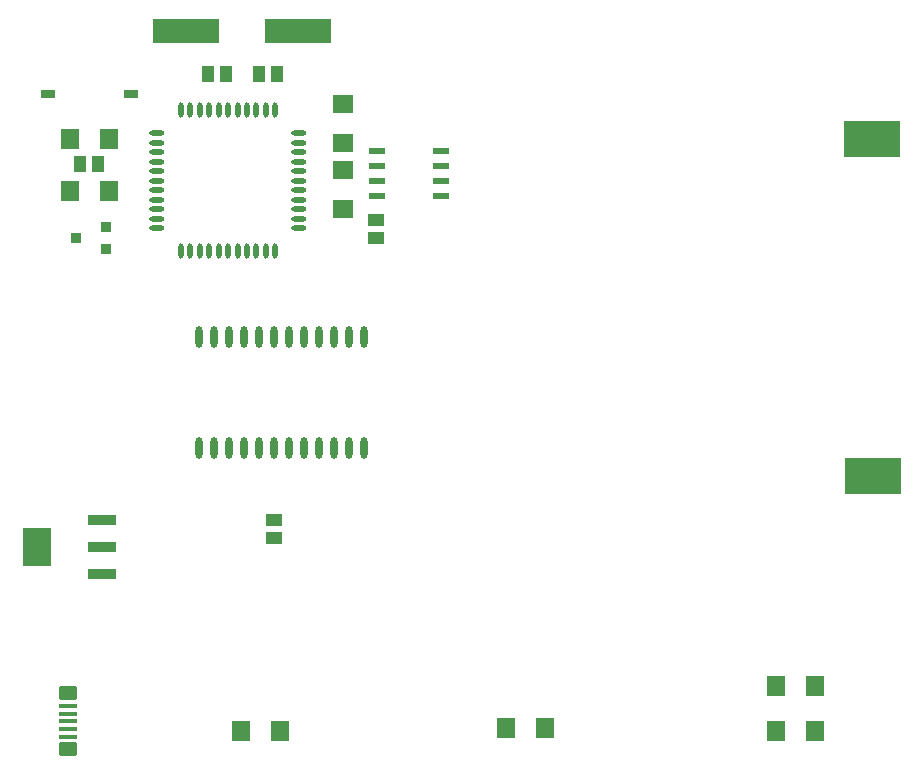
<source format=gtp>
G04*
G04 #@! TF.GenerationSoftware,Altium Limited,Altium Designer,20.2.6 (244)*
G04*
G04 Layer_Color=8421504*
%FSTAX24Y24*%
%MOIN*%
G70*
G04*
G04 #@! TF.SameCoordinates,210E5C92-376B-490F-B415-5E6AA8125FEF*
G04*
G04*
G04 #@! TF.FilePolarity,Positive*
G04*
G01*
G75*
%ADD24R,0.0980X0.1260*%
%ADD25R,0.0980X0.0350*%
%ADD26R,0.0374X0.0354*%
G04:AMPARAMS|DCode=27|XSize=59.1mil|YSize=47.2mil|CornerRadius=4.7mil|HoleSize=0mil|Usage=FLASHONLY|Rotation=0.000|XOffset=0mil|YOffset=0mil|HoleType=Round|Shape=RoundedRectangle|*
%AMROUNDEDRECTD27*
21,1,0.0591,0.0378,0,0,0.0*
21,1,0.0496,0.0472,0,0,0.0*
1,1,0.0094,0.0248,-0.0189*
1,1,0.0094,-0.0248,-0.0189*
1,1,0.0094,-0.0248,0.0189*
1,1,0.0094,0.0248,0.0189*
%
%ADD27ROUNDEDRECTD27*%
G04:AMPARAMS|DCode=28|XSize=59.1mil|YSize=13.8mil|CornerRadius=1.4mil|HoleSize=0mil|Usage=FLASHONLY|Rotation=0.000|XOffset=0mil|YOffset=0mil|HoleType=Round|Shape=RoundedRectangle|*
%AMROUNDEDRECTD28*
21,1,0.0591,0.0110,0,0,0.0*
21,1,0.0563,0.0138,0,0,0.0*
1,1,0.0028,0.0282,-0.0055*
1,1,0.0028,-0.0282,-0.0055*
1,1,0.0028,-0.0282,0.0055*
1,1,0.0028,0.0282,0.0055*
%
%ADD28ROUNDEDRECTD28*%
%ADD29R,0.0600X0.0650*%
%ADD30R,0.1882X0.1240*%
%ADD31R,0.0551X0.0433*%
%ADD32O,0.0236X0.0728*%
%ADD33R,0.0433X0.0551*%
%ADD34R,0.0472X0.0315*%
%ADD35R,0.0650X0.0600*%
%ADD36R,0.0575X0.0210*%
%ADD37R,0.2205X0.0827*%
%ADD38O,0.0512X0.0177*%
%ADD39O,0.0177X0.0512*%
D24*
X011255Y0184D02*
D03*
D25*
X013425Y019302D02*
D03*
Y0184D02*
D03*
Y017498D02*
D03*
D26*
X013552Y028326D02*
D03*
X012568Y0287D02*
D03*
X013552Y029074D02*
D03*
D27*
X012285Y013515D02*
D03*
Y011665D02*
D03*
D28*
Y013102D02*
D03*
Y012846D02*
D03*
Y01259D02*
D03*
Y012334D02*
D03*
Y012078D02*
D03*
D29*
X03721Y01375D02*
D03*
X03591D02*
D03*
X01366Y032D02*
D03*
X01236D02*
D03*
X01366Y03025D02*
D03*
X01236D02*
D03*
X01936Y01225D02*
D03*
X01806D02*
D03*
X02821Y01235D02*
D03*
X02691D02*
D03*
X03721Y01225D02*
D03*
X03591D02*
D03*
D30*
X03911Y03201D02*
D03*
X03912Y02077D02*
D03*
D31*
X01916Y018705D02*
D03*
Y019295D02*
D03*
X02256Y028705D02*
D03*
Y029295D02*
D03*
D32*
X01666Y021709D02*
D03*
X01716D02*
D03*
X01766D02*
D03*
X01816D02*
D03*
X01866D02*
D03*
X01916D02*
D03*
X01966D02*
D03*
X02016D02*
D03*
X02066D02*
D03*
X02116D02*
D03*
X02166D02*
D03*
X02216D02*
D03*
X01666Y025391D02*
D03*
X01716D02*
D03*
X01766D02*
D03*
X01816D02*
D03*
X01866D02*
D03*
X01916D02*
D03*
X01966D02*
D03*
X02016D02*
D03*
X02066D02*
D03*
X02116D02*
D03*
X02166D02*
D03*
X02216D02*
D03*
D33*
X019255Y03415D02*
D03*
X018665D02*
D03*
X016969D02*
D03*
X01756D02*
D03*
X012715Y03115D02*
D03*
X013305D02*
D03*
D34*
X014388Y0335D02*
D03*
X011632D02*
D03*
D35*
X02146Y03095D02*
D03*
Y02965D02*
D03*
Y03185D02*
D03*
Y03315D02*
D03*
D36*
X024732Y0301D02*
D03*
Y0306D02*
D03*
Y0311D02*
D03*
Y0316D02*
D03*
X022587D02*
D03*
Y0311D02*
D03*
Y0306D02*
D03*
Y0301D02*
D03*
D37*
X01998Y0356D02*
D03*
X01624D02*
D03*
D38*
X01528Y02903D02*
D03*
Y029345D02*
D03*
Y02966D02*
D03*
Y029975D02*
D03*
Y03029D02*
D03*
Y030605D02*
D03*
Y03092D02*
D03*
Y031235D02*
D03*
Y03155D02*
D03*
Y031865D02*
D03*
Y03218D02*
D03*
X01999D02*
D03*
Y031865D02*
D03*
Y03155D02*
D03*
Y031235D02*
D03*
Y03092D02*
D03*
Y030605D02*
D03*
Y03029D02*
D03*
Y029975D02*
D03*
Y02966D02*
D03*
Y029345D02*
D03*
Y02903D02*
D03*
D39*
X01606Y032959D02*
D03*
X016375D02*
D03*
X01669D02*
D03*
X017005D02*
D03*
X01732D02*
D03*
X017635D02*
D03*
X01795D02*
D03*
X018265D02*
D03*
X01858D02*
D03*
X018895D02*
D03*
X01921D02*
D03*
Y02825D02*
D03*
X018895D02*
D03*
X01858D02*
D03*
X018265D02*
D03*
X01795D02*
D03*
X017635D02*
D03*
X01732D02*
D03*
X017005D02*
D03*
X01669D02*
D03*
X016375D02*
D03*
X01606D02*
D03*
M02*

</source>
